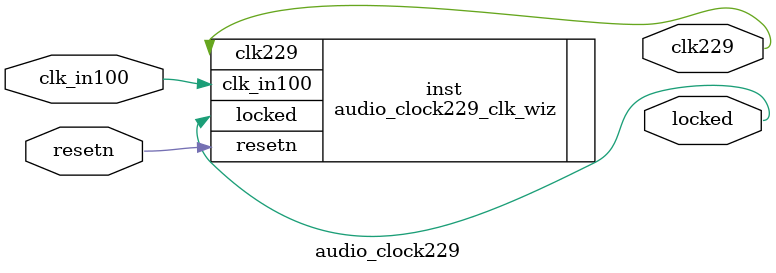
<source format=v>


`timescale 1ps/1ps

(* CORE_GENERATION_INFO = "audio_clock229,clk_wiz_v6_0_5_0_0,{component_name=audio_clock229,use_phase_alignment=true,use_min_o_jitter=false,use_max_i_jitter=false,use_dyn_phase_shift=false,use_inclk_switchover=false,use_dyn_reconfig=false,enable_axi=0,feedback_source=FDBK_AUTO,PRIMITIVE=MMCM,num_out_clk=1,clkin1_period=10.000,clkin2_period=10.000,use_power_down=false,use_reset=true,use_locked=true,use_inclk_stopped=false,feedback_type=SINGLE,CLOCK_MGR_TYPE=NA,manual_override=false}" *)

module audio_clock229 
 (
  // Clock out ports
  output        clk229,
  // Status and control signals
  input         resetn,
  output        locked,
 // Clock in ports
  input         clk_in100
 );

  audio_clock229_clk_wiz inst
  (
  // Clock out ports  
  .clk229(clk229),
  // Status and control signals               
  .resetn(resetn), 
  .locked(locked),
 // Clock in ports
  .clk_in100(clk_in100)
  );

endmodule

</source>
